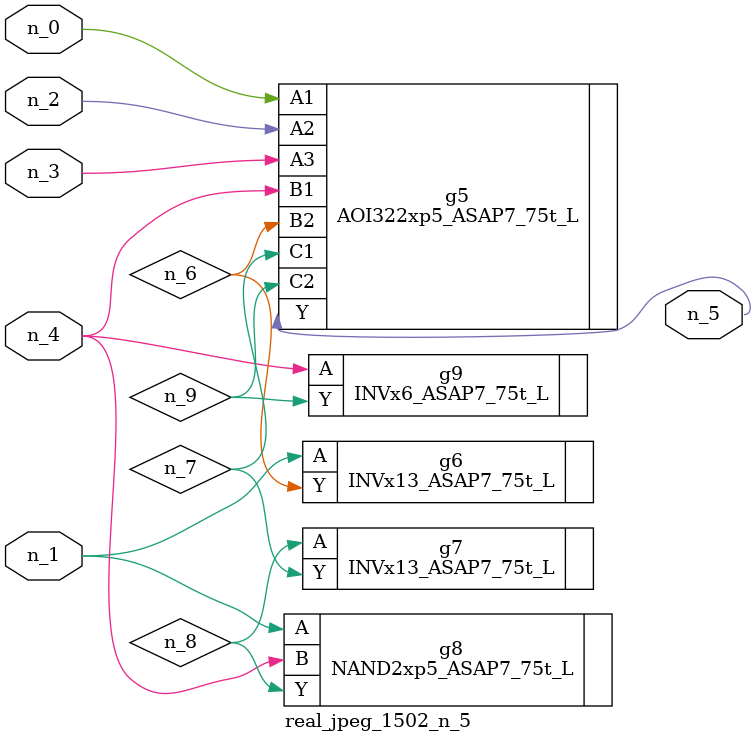
<source format=v>
module real_jpeg_1502_n_5 (n_4, n_0, n_1, n_2, n_3, n_5);

input n_4;
input n_0;
input n_1;
input n_2;
input n_3;

output n_5;

wire n_8;
wire n_6;
wire n_7;
wire n_9;

AOI322xp5_ASAP7_75t_L g5 ( 
.A1(n_0),
.A2(n_2),
.A3(n_3),
.B1(n_4),
.B2(n_6),
.C1(n_7),
.C2(n_9),
.Y(n_5)
);

INVx13_ASAP7_75t_L g6 ( 
.A(n_1),
.Y(n_6)
);

NAND2xp5_ASAP7_75t_L g8 ( 
.A(n_1),
.B(n_4),
.Y(n_8)
);

INVx6_ASAP7_75t_L g9 ( 
.A(n_4),
.Y(n_9)
);

INVx13_ASAP7_75t_L g7 ( 
.A(n_8),
.Y(n_7)
);


endmodule
</source>
